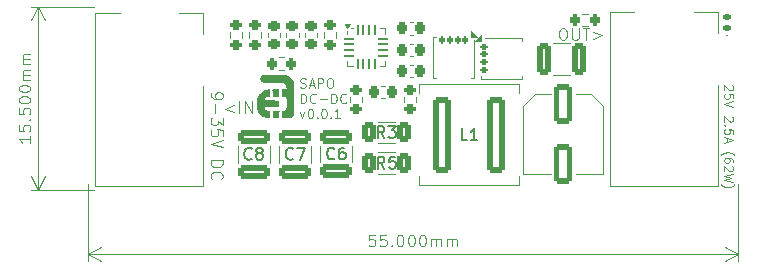
<source format=gbr>
%TF.GenerationSoftware,KiCad,Pcbnew,9.0.1*%
%TF.CreationDate,2025-07-19T16:42:16+10:00*%
%TF.ProjectId,starlink-apo-pcb,73746172-6c69-46e6-9b2d-61706f2d7063,rev?*%
%TF.SameCoordinates,Original*%
%TF.FileFunction,Legend,Top*%
%TF.FilePolarity,Positive*%
%FSLAX46Y46*%
G04 Gerber Fmt 4.6, Leading zero omitted, Abs format (unit mm)*
G04 Created by KiCad (PCBNEW 9.0.1) date 2025-07-19 16:42:16*
%MOMM*%
%LPD*%
G01*
G04 APERTURE LIST*
G04 Aperture macros list*
%AMRoundRect*
0 Rectangle with rounded corners*
0 $1 Rounding radius*
0 $2 $3 $4 $5 $6 $7 $8 $9 X,Y pos of 4 corners*
0 Add a 4 corners polygon primitive as box body*
4,1,4,$2,$3,$4,$5,$6,$7,$8,$9,$2,$3,0*
0 Add four circle primitives for the rounded corners*
1,1,$1+$1,$2,$3*
1,1,$1+$1,$4,$5*
1,1,$1+$1,$6,$7*
1,1,$1+$1,$8,$9*
0 Add four rect primitives between the rounded corners*
20,1,$1+$1,$2,$3,$4,$5,0*
20,1,$1+$1,$4,$5,$6,$7,0*
20,1,$1+$1,$6,$7,$8,$9,0*
20,1,$1+$1,$8,$9,$2,$3,0*%
%AMFreePoly0*
4,1,17,1.371000,0.720000,0.950000,0.720000,0.950000,0.580000,1.370000,0.580000,1.370000,0.080000,0.950000,0.080000,0.950000,-0.080000,1.370000,-0.080000,1.370000,-0.580000,0.950000,-0.580000,0.950000,-0.720000,1.370000,-0.720000,1.370000,-1.225000,-0.950000,-1.225000,-0.950000,1.225000,1.371000,1.225000,1.371000,0.720000,1.371000,0.720000,$1*%
G04 Aperture macros list end*
%ADD10C,0.100000*%
%ADD11C,0.150000*%
%ADD12C,0.120000*%
%ADD13C,0.000000*%
%ADD14RoundRect,0.250000X-0.325000X-1.100000X0.325000X-1.100000X0.325000X1.100000X-0.325000X1.100000X0*%
%ADD15RoundRect,0.250000X-0.550000X1.412500X-0.550000X-1.412500X0.550000X-1.412500X0.550000X1.412500X0*%
%ADD16RoundRect,0.200000X0.200000X0.275000X-0.200000X0.275000X-0.200000X-0.275000X0.200000X-0.275000X0*%
%ADD17RoundRect,0.147500X0.172500X-0.147500X0.172500X0.147500X-0.172500X0.147500X-0.172500X-0.147500X0*%
%ADD18R,4.400000X1.800000*%
%ADD19O,4.000000X1.800000*%
%ADD20O,1.800000X4.000000*%
%ADD21RoundRect,0.250000X0.312500X0.625000X-0.312500X0.625000X-0.312500X-0.625000X0.312500X-0.625000X0*%
%ADD22RoundRect,0.225000X-0.225000X-0.250000X0.225000X-0.250000X0.225000X0.250000X-0.225000X0.250000X0*%
%ADD23RoundRect,0.125000X-0.190000X-0.125000X0.190000X-0.125000X0.190000X0.125000X-0.190000X0.125000X0*%
%ADD24FreePoly0,0.000000*%
%ADD25RoundRect,0.225000X0.225000X0.250000X-0.225000X0.250000X-0.225000X-0.250000X0.225000X-0.250000X0*%
%ADD26RoundRect,0.125000X-0.125000X0.190000X-0.125000X-0.190000X0.125000X-0.190000X0.125000X0.190000X0*%
%ADD27FreePoly0,270.000000*%
%ADD28RoundRect,0.225000X0.250000X-0.225000X0.250000X0.225000X-0.250000X0.225000X-0.250000X-0.225000X0*%
%ADD29RoundRect,0.250000X-0.540000X-3.000000X0.540000X-3.000000X0.540000X3.000000X-0.540000X3.000000X0*%
%ADD30RoundRect,0.062500X-0.375000X-0.062500X0.375000X-0.062500X0.375000X0.062500X-0.375000X0.062500X0*%
%ADD31RoundRect,0.062500X-0.062500X-0.375000X0.062500X-0.375000X0.062500X0.375000X-0.062500X0.375000X0*%
%ADD32R,1.600000X1.600000*%
%ADD33RoundRect,0.200000X0.275000X-0.200000X0.275000X0.200000X-0.275000X0.200000X-0.275000X-0.200000X0*%
%ADD34RoundRect,0.200000X-0.275000X0.200000X-0.275000X-0.200000X0.275000X-0.200000X0.275000X0.200000X0*%
%ADD35RoundRect,0.200000X-0.200000X-0.275000X0.200000X-0.275000X0.200000X0.275000X-0.200000X0.275000X0*%
%ADD36RoundRect,0.250000X-1.100000X0.325000X-1.100000X-0.325000X1.100000X-0.325000X1.100000X0.325000X0*%
G04 APERTURE END LIST*
D10*
X119218169Y-73582890D02*
X119332455Y-73620985D01*
X119332455Y-73620985D02*
X119522931Y-73620985D01*
X119522931Y-73620985D02*
X119599122Y-73582890D01*
X119599122Y-73582890D02*
X119637217Y-73544794D01*
X119637217Y-73544794D02*
X119675312Y-73468604D01*
X119675312Y-73468604D02*
X119675312Y-73392413D01*
X119675312Y-73392413D02*
X119637217Y-73316223D01*
X119637217Y-73316223D02*
X119599122Y-73278128D01*
X119599122Y-73278128D02*
X119522931Y-73240032D01*
X119522931Y-73240032D02*
X119370550Y-73201937D01*
X119370550Y-73201937D02*
X119294360Y-73163842D01*
X119294360Y-73163842D02*
X119256265Y-73125747D01*
X119256265Y-73125747D02*
X119218169Y-73049556D01*
X119218169Y-73049556D02*
X119218169Y-72973366D01*
X119218169Y-72973366D02*
X119256265Y-72897175D01*
X119256265Y-72897175D02*
X119294360Y-72859080D01*
X119294360Y-72859080D02*
X119370550Y-72820985D01*
X119370550Y-72820985D02*
X119561027Y-72820985D01*
X119561027Y-72820985D02*
X119675312Y-72859080D01*
X119980074Y-73392413D02*
X120361027Y-73392413D01*
X119903884Y-73620985D02*
X120170551Y-72820985D01*
X120170551Y-72820985D02*
X120437217Y-73620985D01*
X120703884Y-73620985D02*
X120703884Y-72820985D01*
X120703884Y-72820985D02*
X121008646Y-72820985D01*
X121008646Y-72820985D02*
X121084836Y-72859080D01*
X121084836Y-72859080D02*
X121122931Y-72897175D01*
X121122931Y-72897175D02*
X121161027Y-72973366D01*
X121161027Y-72973366D02*
X121161027Y-73087651D01*
X121161027Y-73087651D02*
X121122931Y-73163842D01*
X121122931Y-73163842D02*
X121084836Y-73201937D01*
X121084836Y-73201937D02*
X121008646Y-73240032D01*
X121008646Y-73240032D02*
X120703884Y-73240032D01*
X121656265Y-72820985D02*
X121808646Y-72820985D01*
X121808646Y-72820985D02*
X121884836Y-72859080D01*
X121884836Y-72859080D02*
X121961027Y-72935270D01*
X121961027Y-72935270D02*
X121999122Y-73087651D01*
X121999122Y-73087651D02*
X121999122Y-73354318D01*
X121999122Y-73354318D02*
X121961027Y-73506699D01*
X121961027Y-73506699D02*
X121884836Y-73582890D01*
X121884836Y-73582890D02*
X121808646Y-73620985D01*
X121808646Y-73620985D02*
X121656265Y-73620985D01*
X121656265Y-73620985D02*
X121580074Y-73582890D01*
X121580074Y-73582890D02*
X121503884Y-73506699D01*
X121503884Y-73506699D02*
X121465788Y-73354318D01*
X121465788Y-73354318D02*
X121465788Y-73087651D01*
X121465788Y-73087651D02*
X121503884Y-72935270D01*
X121503884Y-72935270D02*
X121580074Y-72859080D01*
X121580074Y-72859080D02*
X121656265Y-72820985D01*
X119256265Y-74908940D02*
X119256265Y-74108940D01*
X119256265Y-74108940D02*
X119446741Y-74108940D01*
X119446741Y-74108940D02*
X119561027Y-74147035D01*
X119561027Y-74147035D02*
X119637217Y-74223225D01*
X119637217Y-74223225D02*
X119675312Y-74299416D01*
X119675312Y-74299416D02*
X119713408Y-74451797D01*
X119713408Y-74451797D02*
X119713408Y-74566083D01*
X119713408Y-74566083D02*
X119675312Y-74718464D01*
X119675312Y-74718464D02*
X119637217Y-74794654D01*
X119637217Y-74794654D02*
X119561027Y-74870845D01*
X119561027Y-74870845D02*
X119446741Y-74908940D01*
X119446741Y-74908940D02*
X119256265Y-74908940D01*
X120513408Y-74832749D02*
X120475312Y-74870845D01*
X120475312Y-74870845D02*
X120361027Y-74908940D01*
X120361027Y-74908940D02*
X120284836Y-74908940D01*
X120284836Y-74908940D02*
X120170550Y-74870845D01*
X120170550Y-74870845D02*
X120094360Y-74794654D01*
X120094360Y-74794654D02*
X120056265Y-74718464D01*
X120056265Y-74718464D02*
X120018169Y-74566083D01*
X120018169Y-74566083D02*
X120018169Y-74451797D01*
X120018169Y-74451797D02*
X120056265Y-74299416D01*
X120056265Y-74299416D02*
X120094360Y-74223225D01*
X120094360Y-74223225D02*
X120170550Y-74147035D01*
X120170550Y-74147035D02*
X120284836Y-74108940D01*
X120284836Y-74108940D02*
X120361027Y-74108940D01*
X120361027Y-74108940D02*
X120475312Y-74147035D01*
X120475312Y-74147035D02*
X120513408Y-74185130D01*
X120856265Y-74604178D02*
X121465789Y-74604178D01*
X121846741Y-74908940D02*
X121846741Y-74108940D01*
X121846741Y-74108940D02*
X122037217Y-74108940D01*
X122037217Y-74108940D02*
X122151503Y-74147035D01*
X122151503Y-74147035D02*
X122227693Y-74223225D01*
X122227693Y-74223225D02*
X122265788Y-74299416D01*
X122265788Y-74299416D02*
X122303884Y-74451797D01*
X122303884Y-74451797D02*
X122303884Y-74566083D01*
X122303884Y-74566083D02*
X122265788Y-74718464D01*
X122265788Y-74718464D02*
X122227693Y-74794654D01*
X122227693Y-74794654D02*
X122151503Y-74870845D01*
X122151503Y-74870845D02*
X122037217Y-74908940D01*
X122037217Y-74908940D02*
X121846741Y-74908940D01*
X123103884Y-74832749D02*
X123065788Y-74870845D01*
X123065788Y-74870845D02*
X122951503Y-74908940D01*
X122951503Y-74908940D02*
X122875312Y-74908940D01*
X122875312Y-74908940D02*
X122761026Y-74870845D01*
X122761026Y-74870845D02*
X122684836Y-74794654D01*
X122684836Y-74794654D02*
X122646741Y-74718464D01*
X122646741Y-74718464D02*
X122608645Y-74566083D01*
X122608645Y-74566083D02*
X122608645Y-74451797D01*
X122608645Y-74451797D02*
X122646741Y-74299416D01*
X122646741Y-74299416D02*
X122684836Y-74223225D01*
X122684836Y-74223225D02*
X122761026Y-74147035D01*
X122761026Y-74147035D02*
X122875312Y-74108940D01*
X122875312Y-74108940D02*
X122951503Y-74108940D01*
X122951503Y-74108940D02*
X123065788Y-74147035D01*
X123065788Y-74147035D02*
X123103884Y-74185130D01*
X119180074Y-75663561D02*
X119370550Y-76196895D01*
X119370550Y-76196895D02*
X119561027Y-75663561D01*
X120018170Y-75396895D02*
X120094360Y-75396895D01*
X120094360Y-75396895D02*
X120170551Y-75434990D01*
X120170551Y-75434990D02*
X120208646Y-75473085D01*
X120208646Y-75473085D02*
X120246741Y-75549276D01*
X120246741Y-75549276D02*
X120284836Y-75701657D01*
X120284836Y-75701657D02*
X120284836Y-75892133D01*
X120284836Y-75892133D02*
X120246741Y-76044514D01*
X120246741Y-76044514D02*
X120208646Y-76120704D01*
X120208646Y-76120704D02*
X120170551Y-76158800D01*
X120170551Y-76158800D02*
X120094360Y-76196895D01*
X120094360Y-76196895D02*
X120018170Y-76196895D01*
X120018170Y-76196895D02*
X119941979Y-76158800D01*
X119941979Y-76158800D02*
X119903884Y-76120704D01*
X119903884Y-76120704D02*
X119865789Y-76044514D01*
X119865789Y-76044514D02*
X119827693Y-75892133D01*
X119827693Y-75892133D02*
X119827693Y-75701657D01*
X119827693Y-75701657D02*
X119865789Y-75549276D01*
X119865789Y-75549276D02*
X119903884Y-75473085D01*
X119903884Y-75473085D02*
X119941979Y-75434990D01*
X119941979Y-75434990D02*
X120018170Y-75396895D01*
X120627694Y-76120704D02*
X120665789Y-76158800D01*
X120665789Y-76158800D02*
X120627694Y-76196895D01*
X120627694Y-76196895D02*
X120589598Y-76158800D01*
X120589598Y-76158800D02*
X120627694Y-76120704D01*
X120627694Y-76120704D02*
X120627694Y-76196895D01*
X121161027Y-75396895D02*
X121237217Y-75396895D01*
X121237217Y-75396895D02*
X121313408Y-75434990D01*
X121313408Y-75434990D02*
X121351503Y-75473085D01*
X121351503Y-75473085D02*
X121389598Y-75549276D01*
X121389598Y-75549276D02*
X121427693Y-75701657D01*
X121427693Y-75701657D02*
X121427693Y-75892133D01*
X121427693Y-75892133D02*
X121389598Y-76044514D01*
X121389598Y-76044514D02*
X121351503Y-76120704D01*
X121351503Y-76120704D02*
X121313408Y-76158800D01*
X121313408Y-76158800D02*
X121237217Y-76196895D01*
X121237217Y-76196895D02*
X121161027Y-76196895D01*
X121161027Y-76196895D02*
X121084836Y-76158800D01*
X121084836Y-76158800D02*
X121046741Y-76120704D01*
X121046741Y-76120704D02*
X121008646Y-76044514D01*
X121008646Y-76044514D02*
X120970550Y-75892133D01*
X120970550Y-75892133D02*
X120970550Y-75701657D01*
X120970550Y-75701657D02*
X121008646Y-75549276D01*
X121008646Y-75549276D02*
X121046741Y-75473085D01*
X121046741Y-75473085D02*
X121084836Y-75434990D01*
X121084836Y-75434990D02*
X121161027Y-75396895D01*
X121770551Y-76120704D02*
X121808646Y-76158800D01*
X121808646Y-76158800D02*
X121770551Y-76196895D01*
X121770551Y-76196895D02*
X121732455Y-76158800D01*
X121732455Y-76158800D02*
X121770551Y-76120704D01*
X121770551Y-76120704D02*
X121770551Y-76196895D01*
X122570550Y-76196895D02*
X122113407Y-76196895D01*
X122341979Y-76196895D02*
X122341979Y-75396895D01*
X122341979Y-75396895D02*
X122265788Y-75511180D01*
X122265788Y-75511180D02*
X122189598Y-75587371D01*
X122189598Y-75587371D02*
X122113407Y-75625466D01*
X141344360Y-68572419D02*
X141534836Y-68572419D01*
X141534836Y-68572419D02*
X141630074Y-68620038D01*
X141630074Y-68620038D02*
X141725312Y-68715276D01*
X141725312Y-68715276D02*
X141772931Y-68905752D01*
X141772931Y-68905752D02*
X141772931Y-69239085D01*
X141772931Y-69239085D02*
X141725312Y-69429561D01*
X141725312Y-69429561D02*
X141630074Y-69524800D01*
X141630074Y-69524800D02*
X141534836Y-69572419D01*
X141534836Y-69572419D02*
X141344360Y-69572419D01*
X141344360Y-69572419D02*
X141249122Y-69524800D01*
X141249122Y-69524800D02*
X141153884Y-69429561D01*
X141153884Y-69429561D02*
X141106265Y-69239085D01*
X141106265Y-69239085D02*
X141106265Y-68905752D01*
X141106265Y-68905752D02*
X141153884Y-68715276D01*
X141153884Y-68715276D02*
X141249122Y-68620038D01*
X141249122Y-68620038D02*
X141344360Y-68572419D01*
X142201503Y-68572419D02*
X142201503Y-69381942D01*
X142201503Y-69381942D02*
X142249122Y-69477180D01*
X142249122Y-69477180D02*
X142296741Y-69524800D01*
X142296741Y-69524800D02*
X142391979Y-69572419D01*
X142391979Y-69572419D02*
X142582455Y-69572419D01*
X142582455Y-69572419D02*
X142677693Y-69524800D01*
X142677693Y-69524800D02*
X142725312Y-69477180D01*
X142725312Y-69477180D02*
X142772931Y-69381942D01*
X142772931Y-69381942D02*
X142772931Y-68572419D01*
X143106265Y-68572419D02*
X143677693Y-68572419D01*
X143391979Y-69572419D02*
X143391979Y-68572419D01*
X144011027Y-68905752D02*
X144772932Y-69191466D01*
X144772932Y-69191466D02*
X144011027Y-69477180D01*
X111627580Y-74101503D02*
X111627580Y-74291979D01*
X111627580Y-74291979D02*
X111675200Y-74387217D01*
X111675200Y-74387217D02*
X111722819Y-74434836D01*
X111722819Y-74434836D02*
X111865676Y-74530074D01*
X111865676Y-74530074D02*
X112056152Y-74577693D01*
X112056152Y-74577693D02*
X112437104Y-74577693D01*
X112437104Y-74577693D02*
X112532342Y-74530074D01*
X112532342Y-74530074D02*
X112579961Y-74482455D01*
X112579961Y-74482455D02*
X112627580Y-74387217D01*
X112627580Y-74387217D02*
X112627580Y-74196741D01*
X112627580Y-74196741D02*
X112579961Y-74101503D01*
X112579961Y-74101503D02*
X112532342Y-74053884D01*
X112532342Y-74053884D02*
X112437104Y-74006265D01*
X112437104Y-74006265D02*
X112199009Y-74006265D01*
X112199009Y-74006265D02*
X112103771Y-74053884D01*
X112103771Y-74053884D02*
X112056152Y-74101503D01*
X112056152Y-74101503D02*
X112008533Y-74196741D01*
X112008533Y-74196741D02*
X112008533Y-74387217D01*
X112008533Y-74387217D02*
X112056152Y-74482455D01*
X112056152Y-74482455D02*
X112103771Y-74530074D01*
X112103771Y-74530074D02*
X112199009Y-74577693D01*
X112008533Y-75006265D02*
X112008533Y-75768170D01*
X112627580Y-76149122D02*
X112627580Y-76768169D01*
X112627580Y-76768169D02*
X112246628Y-76434836D01*
X112246628Y-76434836D02*
X112246628Y-76577693D01*
X112246628Y-76577693D02*
X112199009Y-76672931D01*
X112199009Y-76672931D02*
X112151390Y-76720550D01*
X112151390Y-76720550D02*
X112056152Y-76768169D01*
X112056152Y-76768169D02*
X111818057Y-76768169D01*
X111818057Y-76768169D02*
X111722819Y-76720550D01*
X111722819Y-76720550D02*
X111675200Y-76672931D01*
X111675200Y-76672931D02*
X111627580Y-76577693D01*
X111627580Y-76577693D02*
X111627580Y-76291979D01*
X111627580Y-76291979D02*
X111675200Y-76196741D01*
X111675200Y-76196741D02*
X111722819Y-76149122D01*
X112627580Y-77672931D02*
X112627580Y-77196741D01*
X112627580Y-77196741D02*
X112151390Y-77149122D01*
X112151390Y-77149122D02*
X112199009Y-77196741D01*
X112199009Y-77196741D02*
X112246628Y-77291979D01*
X112246628Y-77291979D02*
X112246628Y-77530074D01*
X112246628Y-77530074D02*
X112199009Y-77625312D01*
X112199009Y-77625312D02*
X112151390Y-77672931D01*
X112151390Y-77672931D02*
X112056152Y-77720550D01*
X112056152Y-77720550D02*
X111818057Y-77720550D01*
X111818057Y-77720550D02*
X111722819Y-77672931D01*
X111722819Y-77672931D02*
X111675200Y-77625312D01*
X111675200Y-77625312D02*
X111627580Y-77530074D01*
X111627580Y-77530074D02*
X111627580Y-77291979D01*
X111627580Y-77291979D02*
X111675200Y-77196741D01*
X111675200Y-77196741D02*
X111722819Y-77149122D01*
X112627580Y-78006265D02*
X111627580Y-78339598D01*
X111627580Y-78339598D02*
X112627580Y-78672931D01*
X111627580Y-79768170D02*
X112627580Y-79768170D01*
X112627580Y-79768170D02*
X112627580Y-80006265D01*
X112627580Y-80006265D02*
X112579961Y-80149122D01*
X112579961Y-80149122D02*
X112484723Y-80244360D01*
X112484723Y-80244360D02*
X112389485Y-80291979D01*
X112389485Y-80291979D02*
X112199009Y-80339598D01*
X112199009Y-80339598D02*
X112056152Y-80339598D01*
X112056152Y-80339598D02*
X111865676Y-80291979D01*
X111865676Y-80291979D02*
X111770438Y-80244360D01*
X111770438Y-80244360D02*
X111675200Y-80149122D01*
X111675200Y-80149122D02*
X111627580Y-80006265D01*
X111627580Y-80006265D02*
X111627580Y-79768170D01*
X111722819Y-81339598D02*
X111675200Y-81291979D01*
X111675200Y-81291979D02*
X111627580Y-81149122D01*
X111627580Y-81149122D02*
X111627580Y-81053884D01*
X111627580Y-81053884D02*
X111675200Y-80911027D01*
X111675200Y-80911027D02*
X111770438Y-80815789D01*
X111770438Y-80815789D02*
X111865676Y-80768170D01*
X111865676Y-80768170D02*
X112056152Y-80720551D01*
X112056152Y-80720551D02*
X112199009Y-80720551D01*
X112199009Y-80720551D02*
X112389485Y-80768170D01*
X112389485Y-80768170D02*
X112484723Y-80815789D01*
X112484723Y-80815789D02*
X112579961Y-80911027D01*
X112579961Y-80911027D02*
X112627580Y-81053884D01*
X112627580Y-81053884D02*
X112627580Y-81149122D01*
X112627580Y-81149122D02*
X112579961Y-81291979D01*
X112579961Y-81291979D02*
X112532342Y-81339598D01*
X155775557Y-73408646D02*
X155811271Y-73444360D01*
X155811271Y-73444360D02*
X155846985Y-73515789D01*
X155846985Y-73515789D02*
X155846985Y-73694360D01*
X155846985Y-73694360D02*
X155811271Y-73765789D01*
X155811271Y-73765789D02*
X155775557Y-73801503D01*
X155775557Y-73801503D02*
X155704128Y-73837217D01*
X155704128Y-73837217D02*
X155632700Y-73837217D01*
X155632700Y-73837217D02*
X155525557Y-73801503D01*
X155525557Y-73801503D02*
X155096985Y-73372931D01*
X155096985Y-73372931D02*
X155096985Y-73837217D01*
X155846985Y-74515789D02*
X155846985Y-74158646D01*
X155846985Y-74158646D02*
X155489842Y-74122932D01*
X155489842Y-74122932D02*
X155525557Y-74158646D01*
X155525557Y-74158646D02*
X155561271Y-74230075D01*
X155561271Y-74230075D02*
X155561271Y-74408646D01*
X155561271Y-74408646D02*
X155525557Y-74480075D01*
X155525557Y-74480075D02*
X155489842Y-74515789D01*
X155489842Y-74515789D02*
X155418414Y-74551503D01*
X155418414Y-74551503D02*
X155239842Y-74551503D01*
X155239842Y-74551503D02*
X155168414Y-74515789D01*
X155168414Y-74515789D02*
X155132700Y-74480075D01*
X155132700Y-74480075D02*
X155096985Y-74408646D01*
X155096985Y-74408646D02*
X155096985Y-74230075D01*
X155096985Y-74230075D02*
X155132700Y-74158646D01*
X155132700Y-74158646D02*
X155168414Y-74122932D01*
X155846985Y-74765789D02*
X155096985Y-75015789D01*
X155096985Y-75015789D02*
X155846985Y-75265789D01*
X155775557Y-76051504D02*
X155811271Y-76087218D01*
X155811271Y-76087218D02*
X155846985Y-76158647D01*
X155846985Y-76158647D02*
X155846985Y-76337218D01*
X155846985Y-76337218D02*
X155811271Y-76408647D01*
X155811271Y-76408647D02*
X155775557Y-76444361D01*
X155775557Y-76444361D02*
X155704128Y-76480075D01*
X155704128Y-76480075D02*
X155632700Y-76480075D01*
X155632700Y-76480075D02*
X155525557Y-76444361D01*
X155525557Y-76444361D02*
X155096985Y-76015789D01*
X155096985Y-76015789D02*
X155096985Y-76480075D01*
X155168414Y-76801504D02*
X155132700Y-76837218D01*
X155132700Y-76837218D02*
X155096985Y-76801504D01*
X155096985Y-76801504D02*
X155132700Y-76765790D01*
X155132700Y-76765790D02*
X155168414Y-76801504D01*
X155168414Y-76801504D02*
X155096985Y-76801504D01*
X155846985Y-77515790D02*
X155846985Y-77158647D01*
X155846985Y-77158647D02*
X155489842Y-77122933D01*
X155489842Y-77122933D02*
X155525557Y-77158647D01*
X155525557Y-77158647D02*
X155561271Y-77230076D01*
X155561271Y-77230076D02*
X155561271Y-77408647D01*
X155561271Y-77408647D02*
X155525557Y-77480076D01*
X155525557Y-77480076D02*
X155489842Y-77515790D01*
X155489842Y-77515790D02*
X155418414Y-77551504D01*
X155418414Y-77551504D02*
X155239842Y-77551504D01*
X155239842Y-77551504D02*
X155168414Y-77515790D01*
X155168414Y-77515790D02*
X155132700Y-77480076D01*
X155132700Y-77480076D02*
X155096985Y-77408647D01*
X155096985Y-77408647D02*
X155096985Y-77230076D01*
X155096985Y-77230076D02*
X155132700Y-77158647D01*
X155132700Y-77158647D02*
X155168414Y-77122933D01*
X155311271Y-77837219D02*
X155311271Y-78194362D01*
X155096985Y-77765790D02*
X155846985Y-78015790D01*
X155846985Y-78015790D02*
X155096985Y-78265790D01*
X154811271Y-79301505D02*
X154846985Y-79265790D01*
X154846985Y-79265790D02*
X154954128Y-79194362D01*
X154954128Y-79194362D02*
X155025557Y-79158648D01*
X155025557Y-79158648D02*
X155132700Y-79122933D01*
X155132700Y-79122933D02*
X155311271Y-79087219D01*
X155311271Y-79087219D02*
X155454128Y-79087219D01*
X155454128Y-79087219D02*
X155632700Y-79122933D01*
X155632700Y-79122933D02*
X155739842Y-79158648D01*
X155739842Y-79158648D02*
X155811271Y-79194362D01*
X155811271Y-79194362D02*
X155918414Y-79265790D01*
X155918414Y-79265790D02*
X155954128Y-79301505D01*
X155846985Y-79908648D02*
X155846985Y-79765790D01*
X155846985Y-79765790D02*
X155811271Y-79694362D01*
X155811271Y-79694362D02*
X155775557Y-79658648D01*
X155775557Y-79658648D02*
X155668414Y-79587219D01*
X155668414Y-79587219D02*
X155525557Y-79551505D01*
X155525557Y-79551505D02*
X155239842Y-79551505D01*
X155239842Y-79551505D02*
X155168414Y-79587219D01*
X155168414Y-79587219D02*
X155132700Y-79622933D01*
X155132700Y-79622933D02*
X155096985Y-79694362D01*
X155096985Y-79694362D02*
X155096985Y-79837219D01*
X155096985Y-79837219D02*
X155132700Y-79908648D01*
X155132700Y-79908648D02*
X155168414Y-79944362D01*
X155168414Y-79944362D02*
X155239842Y-79980076D01*
X155239842Y-79980076D02*
X155418414Y-79980076D01*
X155418414Y-79980076D02*
X155489842Y-79944362D01*
X155489842Y-79944362D02*
X155525557Y-79908648D01*
X155525557Y-79908648D02*
X155561271Y-79837219D01*
X155561271Y-79837219D02*
X155561271Y-79694362D01*
X155561271Y-79694362D02*
X155525557Y-79622933D01*
X155525557Y-79622933D02*
X155489842Y-79587219D01*
X155489842Y-79587219D02*
X155418414Y-79551505D01*
X155775557Y-80265791D02*
X155811271Y-80301505D01*
X155811271Y-80301505D02*
X155846985Y-80372934D01*
X155846985Y-80372934D02*
X155846985Y-80551505D01*
X155846985Y-80551505D02*
X155811271Y-80622934D01*
X155811271Y-80622934D02*
X155775557Y-80658648D01*
X155775557Y-80658648D02*
X155704128Y-80694362D01*
X155704128Y-80694362D02*
X155632700Y-80694362D01*
X155632700Y-80694362D02*
X155525557Y-80658648D01*
X155525557Y-80658648D02*
X155096985Y-80230076D01*
X155096985Y-80230076D02*
X155096985Y-80694362D01*
X155846985Y-80944362D02*
X155096985Y-81122934D01*
X155096985Y-81122934D02*
X155632700Y-81265791D01*
X155632700Y-81265791D02*
X155096985Y-81408648D01*
X155096985Y-81408648D02*
X155846985Y-81587220D01*
X154811271Y-81801505D02*
X154846985Y-81837220D01*
X154846985Y-81837220D02*
X154954128Y-81908648D01*
X154954128Y-81908648D02*
X155025557Y-81944363D01*
X155025557Y-81944363D02*
X155132700Y-81980077D01*
X155132700Y-81980077D02*
X155311271Y-82015791D01*
X155311271Y-82015791D02*
X155454128Y-82015791D01*
X155454128Y-82015791D02*
X155632700Y-81980077D01*
X155632700Y-81980077D02*
X155739842Y-81944363D01*
X155739842Y-81944363D02*
X155811271Y-81908648D01*
X155811271Y-81908648D02*
X155918414Y-81837220D01*
X155918414Y-81837220D02*
X155954128Y-81801505D01*
X113565789Y-75105752D02*
X112803884Y-75391466D01*
X112803884Y-75391466D02*
X113565789Y-75677180D01*
X114041979Y-75772419D02*
X114041979Y-74772419D01*
X114518169Y-75772419D02*
X114518169Y-74772419D01*
X114518169Y-74772419D02*
X115089597Y-75772419D01*
X115089597Y-75772419D02*
X115089597Y-74772419D01*
X96357419Y-77690577D02*
X96357419Y-78262005D01*
X96357419Y-77976291D02*
X95357419Y-77976291D01*
X95357419Y-77976291D02*
X95500276Y-78071529D01*
X95500276Y-78071529D02*
X95595514Y-78166767D01*
X95595514Y-78166767D02*
X95643133Y-78262005D01*
X95357419Y-76785815D02*
X95357419Y-77262005D01*
X95357419Y-77262005D02*
X95833609Y-77309624D01*
X95833609Y-77309624D02*
X95785990Y-77262005D01*
X95785990Y-77262005D02*
X95738371Y-77166767D01*
X95738371Y-77166767D02*
X95738371Y-76928672D01*
X95738371Y-76928672D02*
X95785990Y-76833434D01*
X95785990Y-76833434D02*
X95833609Y-76785815D01*
X95833609Y-76785815D02*
X95928847Y-76738196D01*
X95928847Y-76738196D02*
X96166942Y-76738196D01*
X96166942Y-76738196D02*
X96262180Y-76785815D01*
X96262180Y-76785815D02*
X96309800Y-76833434D01*
X96309800Y-76833434D02*
X96357419Y-76928672D01*
X96357419Y-76928672D02*
X96357419Y-77166767D01*
X96357419Y-77166767D02*
X96309800Y-77262005D01*
X96309800Y-77262005D02*
X96262180Y-77309624D01*
X96262180Y-76309624D02*
X96309800Y-76262005D01*
X96309800Y-76262005D02*
X96357419Y-76309624D01*
X96357419Y-76309624D02*
X96309800Y-76357243D01*
X96309800Y-76357243D02*
X96262180Y-76309624D01*
X96262180Y-76309624D02*
X96357419Y-76309624D01*
X95357419Y-75357244D02*
X95357419Y-75833434D01*
X95357419Y-75833434D02*
X95833609Y-75881053D01*
X95833609Y-75881053D02*
X95785990Y-75833434D01*
X95785990Y-75833434D02*
X95738371Y-75738196D01*
X95738371Y-75738196D02*
X95738371Y-75500101D01*
X95738371Y-75500101D02*
X95785990Y-75404863D01*
X95785990Y-75404863D02*
X95833609Y-75357244D01*
X95833609Y-75357244D02*
X95928847Y-75309625D01*
X95928847Y-75309625D02*
X96166942Y-75309625D01*
X96166942Y-75309625D02*
X96262180Y-75357244D01*
X96262180Y-75357244D02*
X96309800Y-75404863D01*
X96309800Y-75404863D02*
X96357419Y-75500101D01*
X96357419Y-75500101D02*
X96357419Y-75738196D01*
X96357419Y-75738196D02*
X96309800Y-75833434D01*
X96309800Y-75833434D02*
X96262180Y-75881053D01*
X95357419Y-74690577D02*
X95357419Y-74595339D01*
X95357419Y-74595339D02*
X95405038Y-74500101D01*
X95405038Y-74500101D02*
X95452657Y-74452482D01*
X95452657Y-74452482D02*
X95547895Y-74404863D01*
X95547895Y-74404863D02*
X95738371Y-74357244D01*
X95738371Y-74357244D02*
X95976466Y-74357244D01*
X95976466Y-74357244D02*
X96166942Y-74404863D01*
X96166942Y-74404863D02*
X96262180Y-74452482D01*
X96262180Y-74452482D02*
X96309800Y-74500101D01*
X96309800Y-74500101D02*
X96357419Y-74595339D01*
X96357419Y-74595339D02*
X96357419Y-74690577D01*
X96357419Y-74690577D02*
X96309800Y-74785815D01*
X96309800Y-74785815D02*
X96262180Y-74833434D01*
X96262180Y-74833434D02*
X96166942Y-74881053D01*
X96166942Y-74881053D02*
X95976466Y-74928672D01*
X95976466Y-74928672D02*
X95738371Y-74928672D01*
X95738371Y-74928672D02*
X95547895Y-74881053D01*
X95547895Y-74881053D02*
X95452657Y-74833434D01*
X95452657Y-74833434D02*
X95405038Y-74785815D01*
X95405038Y-74785815D02*
X95357419Y-74690577D01*
X95357419Y-73738196D02*
X95357419Y-73642958D01*
X95357419Y-73642958D02*
X95405038Y-73547720D01*
X95405038Y-73547720D02*
X95452657Y-73500101D01*
X95452657Y-73500101D02*
X95547895Y-73452482D01*
X95547895Y-73452482D02*
X95738371Y-73404863D01*
X95738371Y-73404863D02*
X95976466Y-73404863D01*
X95976466Y-73404863D02*
X96166942Y-73452482D01*
X96166942Y-73452482D02*
X96262180Y-73500101D01*
X96262180Y-73500101D02*
X96309800Y-73547720D01*
X96309800Y-73547720D02*
X96357419Y-73642958D01*
X96357419Y-73642958D02*
X96357419Y-73738196D01*
X96357419Y-73738196D02*
X96309800Y-73833434D01*
X96309800Y-73833434D02*
X96262180Y-73881053D01*
X96262180Y-73881053D02*
X96166942Y-73928672D01*
X96166942Y-73928672D02*
X95976466Y-73976291D01*
X95976466Y-73976291D02*
X95738371Y-73976291D01*
X95738371Y-73976291D02*
X95547895Y-73928672D01*
X95547895Y-73928672D02*
X95452657Y-73881053D01*
X95452657Y-73881053D02*
X95405038Y-73833434D01*
X95405038Y-73833434D02*
X95357419Y-73738196D01*
X96357419Y-72976291D02*
X95690752Y-72976291D01*
X95785990Y-72976291D02*
X95738371Y-72928672D01*
X95738371Y-72928672D02*
X95690752Y-72833434D01*
X95690752Y-72833434D02*
X95690752Y-72690577D01*
X95690752Y-72690577D02*
X95738371Y-72595339D01*
X95738371Y-72595339D02*
X95833609Y-72547720D01*
X95833609Y-72547720D02*
X96357419Y-72547720D01*
X95833609Y-72547720D02*
X95738371Y-72500101D01*
X95738371Y-72500101D02*
X95690752Y-72404863D01*
X95690752Y-72404863D02*
X95690752Y-72262006D01*
X95690752Y-72262006D02*
X95738371Y-72166767D01*
X95738371Y-72166767D02*
X95833609Y-72119148D01*
X95833609Y-72119148D02*
X96357419Y-72119148D01*
X96357419Y-71642958D02*
X95690752Y-71642958D01*
X95785990Y-71642958D02*
X95738371Y-71595339D01*
X95738371Y-71595339D02*
X95690752Y-71500101D01*
X95690752Y-71500101D02*
X95690752Y-71357244D01*
X95690752Y-71357244D02*
X95738371Y-71262006D01*
X95738371Y-71262006D02*
X95833609Y-71214387D01*
X95833609Y-71214387D02*
X96357419Y-71214387D01*
X95833609Y-71214387D02*
X95738371Y-71166768D01*
X95738371Y-71166768D02*
X95690752Y-71071530D01*
X95690752Y-71071530D02*
X95690752Y-70928673D01*
X95690752Y-70928673D02*
X95738371Y-70833434D01*
X95738371Y-70833434D02*
X95833609Y-70785815D01*
X95833609Y-70785815D02*
X96357419Y-70785815D01*
X101708846Y-66750047D02*
X96413580Y-66750047D01*
X96413580Y-82250156D02*
X101707107Y-82250156D01*
X97000000Y-66750047D02*
X97000000Y-82250156D01*
X97000000Y-66750047D02*
X97586421Y-67876551D01*
X97000000Y-66750047D02*
X96413579Y-67876551D01*
X97000000Y-82250156D02*
X96413579Y-81123652D01*
X97000000Y-82250156D02*
X97586421Y-81123652D01*
X125511677Y-86057419D02*
X125035487Y-86057419D01*
X125035487Y-86057419D02*
X124987868Y-86533609D01*
X124987868Y-86533609D02*
X125035487Y-86485990D01*
X125035487Y-86485990D02*
X125130725Y-86438371D01*
X125130725Y-86438371D02*
X125368820Y-86438371D01*
X125368820Y-86438371D02*
X125464058Y-86485990D01*
X125464058Y-86485990D02*
X125511677Y-86533609D01*
X125511677Y-86533609D02*
X125559296Y-86628847D01*
X125559296Y-86628847D02*
X125559296Y-86866942D01*
X125559296Y-86866942D02*
X125511677Y-86962180D01*
X125511677Y-86962180D02*
X125464058Y-87009800D01*
X125464058Y-87009800D02*
X125368820Y-87057419D01*
X125368820Y-87057419D02*
X125130725Y-87057419D01*
X125130725Y-87057419D02*
X125035487Y-87009800D01*
X125035487Y-87009800D02*
X124987868Y-86962180D01*
X126464058Y-86057419D02*
X125987868Y-86057419D01*
X125987868Y-86057419D02*
X125940249Y-86533609D01*
X125940249Y-86533609D02*
X125987868Y-86485990D01*
X125987868Y-86485990D02*
X126083106Y-86438371D01*
X126083106Y-86438371D02*
X126321201Y-86438371D01*
X126321201Y-86438371D02*
X126416439Y-86485990D01*
X126416439Y-86485990D02*
X126464058Y-86533609D01*
X126464058Y-86533609D02*
X126511677Y-86628847D01*
X126511677Y-86628847D02*
X126511677Y-86866942D01*
X126511677Y-86866942D02*
X126464058Y-86962180D01*
X126464058Y-86962180D02*
X126416439Y-87009800D01*
X126416439Y-87009800D02*
X126321201Y-87057419D01*
X126321201Y-87057419D02*
X126083106Y-87057419D01*
X126083106Y-87057419D02*
X125987868Y-87009800D01*
X125987868Y-87009800D02*
X125940249Y-86962180D01*
X126940249Y-86962180D02*
X126987868Y-87009800D01*
X126987868Y-87009800D02*
X126940249Y-87057419D01*
X126940249Y-87057419D02*
X126892630Y-87009800D01*
X126892630Y-87009800D02*
X126940249Y-86962180D01*
X126940249Y-86962180D02*
X126940249Y-87057419D01*
X127606915Y-86057419D02*
X127702153Y-86057419D01*
X127702153Y-86057419D02*
X127797391Y-86105038D01*
X127797391Y-86105038D02*
X127845010Y-86152657D01*
X127845010Y-86152657D02*
X127892629Y-86247895D01*
X127892629Y-86247895D02*
X127940248Y-86438371D01*
X127940248Y-86438371D02*
X127940248Y-86676466D01*
X127940248Y-86676466D02*
X127892629Y-86866942D01*
X127892629Y-86866942D02*
X127845010Y-86962180D01*
X127845010Y-86962180D02*
X127797391Y-87009800D01*
X127797391Y-87009800D02*
X127702153Y-87057419D01*
X127702153Y-87057419D02*
X127606915Y-87057419D01*
X127606915Y-87057419D02*
X127511677Y-87009800D01*
X127511677Y-87009800D02*
X127464058Y-86962180D01*
X127464058Y-86962180D02*
X127416439Y-86866942D01*
X127416439Y-86866942D02*
X127368820Y-86676466D01*
X127368820Y-86676466D02*
X127368820Y-86438371D01*
X127368820Y-86438371D02*
X127416439Y-86247895D01*
X127416439Y-86247895D02*
X127464058Y-86152657D01*
X127464058Y-86152657D02*
X127511677Y-86105038D01*
X127511677Y-86105038D02*
X127606915Y-86057419D01*
X128559296Y-86057419D02*
X128654534Y-86057419D01*
X128654534Y-86057419D02*
X128749772Y-86105038D01*
X128749772Y-86105038D02*
X128797391Y-86152657D01*
X128797391Y-86152657D02*
X128845010Y-86247895D01*
X128845010Y-86247895D02*
X128892629Y-86438371D01*
X128892629Y-86438371D02*
X128892629Y-86676466D01*
X128892629Y-86676466D02*
X128845010Y-86866942D01*
X128845010Y-86866942D02*
X128797391Y-86962180D01*
X128797391Y-86962180D02*
X128749772Y-87009800D01*
X128749772Y-87009800D02*
X128654534Y-87057419D01*
X128654534Y-87057419D02*
X128559296Y-87057419D01*
X128559296Y-87057419D02*
X128464058Y-87009800D01*
X128464058Y-87009800D02*
X128416439Y-86962180D01*
X128416439Y-86962180D02*
X128368820Y-86866942D01*
X128368820Y-86866942D02*
X128321201Y-86676466D01*
X128321201Y-86676466D02*
X128321201Y-86438371D01*
X128321201Y-86438371D02*
X128368820Y-86247895D01*
X128368820Y-86247895D02*
X128416439Y-86152657D01*
X128416439Y-86152657D02*
X128464058Y-86105038D01*
X128464058Y-86105038D02*
X128559296Y-86057419D01*
X129511677Y-86057419D02*
X129606915Y-86057419D01*
X129606915Y-86057419D02*
X129702153Y-86105038D01*
X129702153Y-86105038D02*
X129749772Y-86152657D01*
X129749772Y-86152657D02*
X129797391Y-86247895D01*
X129797391Y-86247895D02*
X129845010Y-86438371D01*
X129845010Y-86438371D02*
X129845010Y-86676466D01*
X129845010Y-86676466D02*
X129797391Y-86866942D01*
X129797391Y-86866942D02*
X129749772Y-86962180D01*
X129749772Y-86962180D02*
X129702153Y-87009800D01*
X129702153Y-87009800D02*
X129606915Y-87057419D01*
X129606915Y-87057419D02*
X129511677Y-87057419D01*
X129511677Y-87057419D02*
X129416439Y-87009800D01*
X129416439Y-87009800D02*
X129368820Y-86962180D01*
X129368820Y-86962180D02*
X129321201Y-86866942D01*
X129321201Y-86866942D02*
X129273582Y-86676466D01*
X129273582Y-86676466D02*
X129273582Y-86438371D01*
X129273582Y-86438371D02*
X129321201Y-86247895D01*
X129321201Y-86247895D02*
X129368820Y-86152657D01*
X129368820Y-86152657D02*
X129416439Y-86105038D01*
X129416439Y-86105038D02*
X129511677Y-86057419D01*
X130273582Y-87057419D02*
X130273582Y-86390752D01*
X130273582Y-86485990D02*
X130321201Y-86438371D01*
X130321201Y-86438371D02*
X130416439Y-86390752D01*
X130416439Y-86390752D02*
X130559296Y-86390752D01*
X130559296Y-86390752D02*
X130654534Y-86438371D01*
X130654534Y-86438371D02*
X130702153Y-86533609D01*
X130702153Y-86533609D02*
X130702153Y-87057419D01*
X130702153Y-86533609D02*
X130749772Y-86438371D01*
X130749772Y-86438371D02*
X130845010Y-86390752D01*
X130845010Y-86390752D02*
X130987867Y-86390752D01*
X130987867Y-86390752D02*
X131083106Y-86438371D01*
X131083106Y-86438371D02*
X131130725Y-86533609D01*
X131130725Y-86533609D02*
X131130725Y-87057419D01*
X131606915Y-87057419D02*
X131606915Y-86390752D01*
X131606915Y-86485990D02*
X131654534Y-86438371D01*
X131654534Y-86438371D02*
X131749772Y-86390752D01*
X131749772Y-86390752D02*
X131892629Y-86390752D01*
X131892629Y-86390752D02*
X131987867Y-86438371D01*
X131987867Y-86438371D02*
X132035486Y-86533609D01*
X132035486Y-86533609D02*
X132035486Y-87057419D01*
X132035486Y-86533609D02*
X132083105Y-86438371D01*
X132083105Y-86438371D02*
X132178343Y-86390752D01*
X132178343Y-86390752D02*
X132321200Y-86390752D01*
X132321200Y-86390752D02*
X132416439Y-86438371D01*
X132416439Y-86438371D02*
X132464058Y-86533609D01*
X132464058Y-86533609D02*
X132464058Y-87057419D01*
X101207107Y-81750156D02*
X101207107Y-88286420D01*
X156292437Y-88286420D02*
X156292437Y-81750054D01*
X101207107Y-87700000D02*
X156292437Y-87700000D01*
X101207107Y-87700000D02*
X102333611Y-87113579D01*
X101207107Y-87700000D02*
X102333611Y-88286421D01*
X156292437Y-87700000D02*
X155165933Y-88286421D01*
X156292437Y-87700000D02*
X155165933Y-87113579D01*
D11*
X126333333Y-77854819D02*
X126000000Y-77378628D01*
X125761905Y-77854819D02*
X125761905Y-76854819D01*
X125761905Y-76854819D02*
X126142857Y-76854819D01*
X126142857Y-76854819D02*
X126238095Y-76902438D01*
X126238095Y-76902438D02*
X126285714Y-76950057D01*
X126285714Y-76950057D02*
X126333333Y-77045295D01*
X126333333Y-77045295D02*
X126333333Y-77188152D01*
X126333333Y-77188152D02*
X126285714Y-77283390D01*
X126285714Y-77283390D02*
X126238095Y-77331009D01*
X126238095Y-77331009D02*
X126142857Y-77378628D01*
X126142857Y-77378628D02*
X125761905Y-77378628D01*
X126666667Y-76854819D02*
X127285714Y-76854819D01*
X127285714Y-76854819D02*
X126952381Y-77235771D01*
X126952381Y-77235771D02*
X127095238Y-77235771D01*
X127095238Y-77235771D02*
X127190476Y-77283390D01*
X127190476Y-77283390D02*
X127238095Y-77331009D01*
X127238095Y-77331009D02*
X127285714Y-77426247D01*
X127285714Y-77426247D02*
X127285714Y-77664342D01*
X127285714Y-77664342D02*
X127238095Y-77759580D01*
X127238095Y-77759580D02*
X127190476Y-77807200D01*
X127190476Y-77807200D02*
X127095238Y-77854819D01*
X127095238Y-77854819D02*
X126809524Y-77854819D01*
X126809524Y-77854819D02*
X126714286Y-77807200D01*
X126714286Y-77807200D02*
X126666667Y-77759580D01*
X133333333Y-78054819D02*
X132857143Y-78054819D01*
X132857143Y-78054819D02*
X132857143Y-77054819D01*
X134190476Y-78054819D02*
X133619048Y-78054819D01*
X133904762Y-78054819D02*
X133904762Y-77054819D01*
X133904762Y-77054819D02*
X133809524Y-77197676D01*
X133809524Y-77197676D02*
X133714286Y-77292914D01*
X133714286Y-77292914D02*
X133619048Y-77340533D01*
X115083333Y-79609580D02*
X115035714Y-79657200D01*
X115035714Y-79657200D02*
X114892857Y-79704819D01*
X114892857Y-79704819D02*
X114797619Y-79704819D01*
X114797619Y-79704819D02*
X114654762Y-79657200D01*
X114654762Y-79657200D02*
X114559524Y-79561961D01*
X114559524Y-79561961D02*
X114511905Y-79466723D01*
X114511905Y-79466723D02*
X114464286Y-79276247D01*
X114464286Y-79276247D02*
X114464286Y-79133390D01*
X114464286Y-79133390D02*
X114511905Y-78942914D01*
X114511905Y-78942914D02*
X114559524Y-78847676D01*
X114559524Y-78847676D02*
X114654762Y-78752438D01*
X114654762Y-78752438D02*
X114797619Y-78704819D01*
X114797619Y-78704819D02*
X114892857Y-78704819D01*
X114892857Y-78704819D02*
X115035714Y-78752438D01*
X115035714Y-78752438D02*
X115083333Y-78800057D01*
X115654762Y-79133390D02*
X115559524Y-79085771D01*
X115559524Y-79085771D02*
X115511905Y-79038152D01*
X115511905Y-79038152D02*
X115464286Y-78942914D01*
X115464286Y-78942914D02*
X115464286Y-78895295D01*
X115464286Y-78895295D02*
X115511905Y-78800057D01*
X115511905Y-78800057D02*
X115559524Y-78752438D01*
X115559524Y-78752438D02*
X115654762Y-78704819D01*
X115654762Y-78704819D02*
X115845238Y-78704819D01*
X115845238Y-78704819D02*
X115940476Y-78752438D01*
X115940476Y-78752438D02*
X115988095Y-78800057D01*
X115988095Y-78800057D02*
X116035714Y-78895295D01*
X116035714Y-78895295D02*
X116035714Y-78942914D01*
X116035714Y-78942914D02*
X115988095Y-79038152D01*
X115988095Y-79038152D02*
X115940476Y-79085771D01*
X115940476Y-79085771D02*
X115845238Y-79133390D01*
X115845238Y-79133390D02*
X115654762Y-79133390D01*
X115654762Y-79133390D02*
X115559524Y-79181009D01*
X115559524Y-79181009D02*
X115511905Y-79228628D01*
X115511905Y-79228628D02*
X115464286Y-79323866D01*
X115464286Y-79323866D02*
X115464286Y-79514342D01*
X115464286Y-79514342D02*
X115511905Y-79609580D01*
X115511905Y-79609580D02*
X115559524Y-79657200D01*
X115559524Y-79657200D02*
X115654762Y-79704819D01*
X115654762Y-79704819D02*
X115845238Y-79704819D01*
X115845238Y-79704819D02*
X115940476Y-79657200D01*
X115940476Y-79657200D02*
X115988095Y-79609580D01*
X115988095Y-79609580D02*
X116035714Y-79514342D01*
X116035714Y-79514342D02*
X116035714Y-79323866D01*
X116035714Y-79323866D02*
X115988095Y-79228628D01*
X115988095Y-79228628D02*
X115940476Y-79181009D01*
X115940476Y-79181009D02*
X115845238Y-79133390D01*
X122083333Y-79584581D02*
X122035714Y-79632201D01*
X122035714Y-79632201D02*
X121892857Y-79679820D01*
X121892857Y-79679820D02*
X121797619Y-79679820D01*
X121797619Y-79679820D02*
X121654762Y-79632201D01*
X121654762Y-79632201D02*
X121559524Y-79536962D01*
X121559524Y-79536962D02*
X121511905Y-79441724D01*
X121511905Y-79441724D02*
X121464286Y-79251248D01*
X121464286Y-79251248D02*
X121464286Y-79108391D01*
X121464286Y-79108391D02*
X121511905Y-78917915D01*
X121511905Y-78917915D02*
X121559524Y-78822677D01*
X121559524Y-78822677D02*
X121654762Y-78727439D01*
X121654762Y-78727439D02*
X121797619Y-78679820D01*
X121797619Y-78679820D02*
X121892857Y-78679820D01*
X121892857Y-78679820D02*
X122035714Y-78727439D01*
X122035714Y-78727439D02*
X122083333Y-78775058D01*
X122940476Y-78679820D02*
X122750000Y-78679820D01*
X122750000Y-78679820D02*
X122654762Y-78727439D01*
X122654762Y-78727439D02*
X122607143Y-78775058D01*
X122607143Y-78775058D02*
X122511905Y-78917915D01*
X122511905Y-78917915D02*
X122464286Y-79108391D01*
X122464286Y-79108391D02*
X122464286Y-79489343D01*
X122464286Y-79489343D02*
X122511905Y-79584581D01*
X122511905Y-79584581D02*
X122559524Y-79632201D01*
X122559524Y-79632201D02*
X122654762Y-79679820D01*
X122654762Y-79679820D02*
X122845238Y-79679820D01*
X122845238Y-79679820D02*
X122940476Y-79632201D01*
X122940476Y-79632201D02*
X122988095Y-79584581D01*
X122988095Y-79584581D02*
X123035714Y-79489343D01*
X123035714Y-79489343D02*
X123035714Y-79251248D01*
X123035714Y-79251248D02*
X122988095Y-79156010D01*
X122988095Y-79156010D02*
X122940476Y-79108391D01*
X122940476Y-79108391D02*
X122845238Y-79060772D01*
X122845238Y-79060772D02*
X122654762Y-79060772D01*
X122654762Y-79060772D02*
X122559524Y-79108391D01*
X122559524Y-79108391D02*
X122511905Y-79156010D01*
X122511905Y-79156010D02*
X122464286Y-79251248D01*
X126333333Y-80454819D02*
X126000000Y-79978628D01*
X125761905Y-80454819D02*
X125761905Y-79454819D01*
X125761905Y-79454819D02*
X126142857Y-79454819D01*
X126142857Y-79454819D02*
X126238095Y-79502438D01*
X126238095Y-79502438D02*
X126285714Y-79550057D01*
X126285714Y-79550057D02*
X126333333Y-79645295D01*
X126333333Y-79645295D02*
X126333333Y-79788152D01*
X126333333Y-79788152D02*
X126285714Y-79883390D01*
X126285714Y-79883390D02*
X126238095Y-79931009D01*
X126238095Y-79931009D02*
X126142857Y-79978628D01*
X126142857Y-79978628D02*
X125761905Y-79978628D01*
X127238095Y-79454819D02*
X126761905Y-79454819D01*
X126761905Y-79454819D02*
X126714286Y-79931009D01*
X126714286Y-79931009D02*
X126761905Y-79883390D01*
X126761905Y-79883390D02*
X126857143Y-79835771D01*
X126857143Y-79835771D02*
X127095238Y-79835771D01*
X127095238Y-79835771D02*
X127190476Y-79883390D01*
X127190476Y-79883390D02*
X127238095Y-79931009D01*
X127238095Y-79931009D02*
X127285714Y-80026247D01*
X127285714Y-80026247D02*
X127285714Y-80264342D01*
X127285714Y-80264342D02*
X127238095Y-80359580D01*
X127238095Y-80359580D02*
X127190476Y-80407200D01*
X127190476Y-80407200D02*
X127095238Y-80454819D01*
X127095238Y-80454819D02*
X126857143Y-80454819D01*
X126857143Y-80454819D02*
X126761905Y-80407200D01*
X126761905Y-80407200D02*
X126714286Y-80359580D01*
X118583333Y-79609580D02*
X118535714Y-79657200D01*
X118535714Y-79657200D02*
X118392857Y-79704819D01*
X118392857Y-79704819D02*
X118297619Y-79704819D01*
X118297619Y-79704819D02*
X118154762Y-79657200D01*
X118154762Y-79657200D02*
X118059524Y-79561961D01*
X118059524Y-79561961D02*
X118011905Y-79466723D01*
X118011905Y-79466723D02*
X117964286Y-79276247D01*
X117964286Y-79276247D02*
X117964286Y-79133390D01*
X117964286Y-79133390D02*
X118011905Y-78942914D01*
X118011905Y-78942914D02*
X118059524Y-78847676D01*
X118059524Y-78847676D02*
X118154762Y-78752438D01*
X118154762Y-78752438D02*
X118297619Y-78704819D01*
X118297619Y-78704819D02*
X118392857Y-78704819D01*
X118392857Y-78704819D02*
X118535714Y-78752438D01*
X118535714Y-78752438D02*
X118583333Y-78800057D01*
X118916667Y-78704819D02*
X119583333Y-78704819D01*
X119583333Y-78704819D02*
X119154762Y-79704819D01*
D12*
%TO.C,C4*%
X140588748Y-69840000D02*
X142011252Y-69840000D01*
X140588748Y-72560000D02*
X142011252Y-72560000D01*
%TO.C,C5*%
X143795563Y-74127498D02*
X142510000Y-74127499D01*
X143795563Y-74127498D02*
X144860001Y-75191936D01*
X139104437Y-74127498D02*
X140390000Y-74127499D01*
X139104437Y-74127498D02*
X138039999Y-75191936D01*
X144860001Y-75191936D02*
X144860000Y-80947499D01*
X138039999Y-75191936D02*
X138040000Y-80947499D01*
X144860000Y-80947499D02*
X142510000Y-80947499D01*
X138040000Y-80947499D02*
X140390000Y-80947499D01*
%TO.C,R9*%
X143537258Y-68422500D02*
X143062742Y-68422500D01*
X143537258Y-67377500D02*
X143062742Y-67377500D01*
D10*
%TO.C,D1*%
X155349999Y-69189999D02*
G75*
G02*
X155250001Y-69189999I-49999J0D01*
G01*
X155250001Y-69189999D02*
G75*
G02*
X155349999Y-69189999I49999J0D01*
G01*
D12*
%TO.C,J2*%
X145400000Y-67200000D02*
X147500000Y-67200000D01*
X145400000Y-81900000D02*
X145400000Y-67200000D01*
X152500000Y-67200000D02*
X154600000Y-67200000D01*
X154600000Y-67200000D02*
X154600000Y-69000000D01*
X154600000Y-73400000D02*
X154600000Y-81900000D01*
X154600000Y-81900000D02*
X145400000Y-81900000D01*
D13*
%TO.C,G\u002A\u002A\u002A*%
G36*
X117443243Y-73762548D02*
G01*
X117443243Y-74403772D01*
X117150921Y-74405746D01*
X116858598Y-74407721D01*
X116858240Y-74190748D01*
X116857994Y-74130485D01*
X116857483Y-74071122D01*
X116856751Y-74015501D01*
X116855843Y-73966466D01*
X116854803Y-73926859D01*
X116853687Y-73899722D01*
X116852351Y-73863367D01*
X116852319Y-73828622D01*
X116853548Y-73800949D01*
X116854520Y-73792134D01*
X116859549Y-73758600D01*
X117443243Y-73762548D01*
G37*
G36*
X117445210Y-75869069D02*
G01*
X117443243Y-76191654D01*
X117155847Y-76193818D01*
X117079215Y-76194296D01*
X117016433Y-76194444D01*
X116966268Y-76194231D01*
X116927485Y-76193624D01*
X116898850Y-76192593D01*
X116879129Y-76191105D01*
X116867087Y-76189129D01*
X116861491Y-76186634D01*
X116861176Y-76186275D01*
X116859378Y-76176356D01*
X116857818Y-76152390D01*
X116856520Y-76115415D01*
X116855504Y-76066470D01*
X116854793Y-76006594D01*
X116854408Y-75936825D01*
X116854363Y-75863499D01*
X116854826Y-75550431D01*
X117151002Y-75548457D01*
X117447177Y-75546483D01*
X117445210Y-75869069D01*
G37*
G36*
X116639828Y-74407544D02*
G01*
X116497864Y-74407544D01*
X116435298Y-74408100D01*
X116385622Y-74410033D01*
X116346669Y-74413739D01*
X116316273Y-74419615D01*
X116292268Y-74428057D01*
X116272487Y-74439462D01*
X116257673Y-74451510D01*
X116232284Y-74479167D01*
X116214609Y-74510075D01*
X116203393Y-74547611D01*
X116197378Y-74595154D01*
X116196183Y-74616841D01*
X116193035Y-74694121D01*
X116818139Y-74696051D01*
X117443243Y-74697980D01*
X117443243Y-75256222D01*
X116198515Y-75263766D01*
X116198635Y-75339204D01*
X116199089Y-75375220D01*
X116200866Y-75400590D01*
X116204791Y-75419749D01*
X116211689Y-75437132D01*
X116219694Y-75452361D01*
X116250472Y-75493334D01*
X116290287Y-75522547D01*
X116337872Y-75539075D01*
X116338549Y-75539205D01*
X116359375Y-75541706D01*
X116391792Y-75543851D01*
X116432307Y-75545485D01*
X116477425Y-75546455D01*
X116508841Y-75546659D01*
X116639828Y-75546659D01*
X116639828Y-75866825D01*
X116639699Y-75934793D01*
X116639330Y-75997951D01*
X116638749Y-76054733D01*
X116637984Y-76103574D01*
X116637061Y-76142908D01*
X116636009Y-76171167D01*
X116634854Y-76186787D01*
X116634170Y-76189431D01*
X116625085Y-76189975D01*
X116603562Y-76189922D01*
X116572236Y-76189319D01*
X116533744Y-76188211D01*
X116504039Y-76187164D01*
X116383267Y-76177685D01*
X116272674Y-76158288D01*
X116170429Y-76128184D01*
X116074697Y-76086586D01*
X115983648Y-76032705D01*
X115895449Y-75965753D01*
X115813449Y-75890143D01*
X115760901Y-75835141D01*
X115718444Y-75784542D01*
X115683401Y-75734710D01*
X115653095Y-75682010D01*
X115638323Y-75652272D01*
X115620687Y-75613516D01*
X115606592Y-75578036D01*
X115594802Y-75541808D01*
X115584085Y-75500809D01*
X115573203Y-75451015D01*
X115566954Y-75419717D01*
X115563052Y-75399203D01*
X115559788Y-75380038D01*
X115557106Y-75360681D01*
X115554949Y-75339595D01*
X115553259Y-75315241D01*
X115551980Y-75286078D01*
X115551056Y-75250570D01*
X115550428Y-75207176D01*
X115550040Y-75154358D01*
X115549836Y-75090578D01*
X115549757Y-75014295D01*
X115549747Y-74954470D01*
X115549747Y-74577279D01*
X115571234Y-74483708D01*
X115596408Y-74391481D01*
X115627900Y-74309769D01*
X115667728Y-74234624D01*
X115717913Y-74162099D01*
X115764217Y-74106307D01*
X115846854Y-74021929D01*
X115934861Y-73950101D01*
X116029189Y-73890400D01*
X116130787Y-73842403D01*
X116240607Y-73805687D01*
X116359596Y-73779829D01*
X116488707Y-73764407D01*
X116539493Y-73761249D01*
X116639828Y-73756437D01*
X116639828Y-74407544D01*
G37*
G36*
X116659996Y-72522467D02*
G01*
X116771105Y-72522720D01*
X116895573Y-72523081D01*
X117034237Y-72523527D01*
X117043716Y-72523558D01*
X117941134Y-72526519D01*
X118027888Y-72545724D01*
X118119623Y-72570228D01*
X118201005Y-72601483D01*
X118275951Y-72641325D01*
X118348372Y-72691594D01*
X118362880Y-72703046D01*
X118441534Y-72773946D01*
X118510121Y-72851475D01*
X118567272Y-72933743D01*
X118611618Y-73018863D01*
X118633327Y-73076062D01*
X118643168Y-73107454D01*
X118650422Y-73133627D01*
X118656043Y-73159165D01*
X118660984Y-73188654D01*
X118666199Y-73226678D01*
X118668637Y-73245797D01*
X118669504Y-73260200D01*
X118670344Y-73289043D01*
X118671153Y-73331678D01*
X118671927Y-73387458D01*
X118672662Y-73455734D01*
X118673355Y-73535858D01*
X118674000Y-73627184D01*
X118674594Y-73729063D01*
X118675134Y-73840847D01*
X118675614Y-73961889D01*
X118676031Y-74091541D01*
X118676381Y-74229155D01*
X118676660Y-74374083D01*
X118676863Y-74525678D01*
X118676910Y-74573507D01*
X118677053Y-74735707D01*
X118677175Y-74883515D01*
X118677266Y-75017630D01*
X118677321Y-75138749D01*
X118677330Y-75247569D01*
X118677287Y-75344787D01*
X118677184Y-75431099D01*
X118677014Y-75507204D01*
X118676767Y-75573798D01*
X118676438Y-75631579D01*
X118676019Y-75681242D01*
X118675500Y-75723487D01*
X118674877Y-75759009D01*
X118674139Y-75788506D01*
X118673281Y-75812675D01*
X118672293Y-75832213D01*
X118671169Y-75847817D01*
X118669902Y-75860184D01*
X118668482Y-75870011D01*
X118666903Y-75877996D01*
X118665158Y-75884836D01*
X118663238Y-75891227D01*
X118662463Y-75893674D01*
X118636393Y-75957121D01*
X118600779Y-76016525D01*
X118558637Y-76067037D01*
X118548666Y-76076587D01*
X118510253Y-76109517D01*
X118474969Y-76133918D01*
X118436905Y-76153337D01*
X118392017Y-76170675D01*
X118333412Y-76191174D01*
X118016572Y-76192482D01*
X117948118Y-76192682D01*
X117883760Y-76192712D01*
X117825197Y-76192583D01*
X117774125Y-76192304D01*
X117732243Y-76191888D01*
X117701247Y-76191345D01*
X117682834Y-76190686D01*
X117678987Y-76190335D01*
X117658242Y-76186880D01*
X117658242Y-75548400D01*
X117784600Y-75545109D01*
X117837995Y-75543320D01*
X117878990Y-75540672D01*
X117910272Y-75536516D01*
X117934530Y-75530200D01*
X117954449Y-75521076D01*
X117972716Y-75508494D01*
X117987289Y-75496093D01*
X117997980Y-75486624D01*
X118007094Y-75478076D01*
X118014760Y-75469224D01*
X118021112Y-75458845D01*
X118026281Y-75445715D01*
X118030398Y-75428610D01*
X118033595Y-75406306D01*
X118036005Y-75377578D01*
X118037758Y-75341203D01*
X118038987Y-75295957D01*
X118039822Y-75240616D01*
X118040397Y-75173956D01*
X118040842Y-75094753D01*
X118041289Y-75001783D01*
X118041328Y-74993880D01*
X118041697Y-74889933D01*
X118041716Y-74798512D01*
X118041390Y-74720008D01*
X118040722Y-74654812D01*
X118039719Y-74603315D01*
X118038385Y-74565908D01*
X118036724Y-74542982D01*
X118035686Y-74536733D01*
X118016066Y-74491415D01*
X117983599Y-74453855D01*
X117956673Y-74434182D01*
X117942777Y-74425850D01*
X117930322Y-74419762D01*
X117916582Y-74415479D01*
X117898833Y-74412563D01*
X117874351Y-74410577D01*
X117840411Y-74409084D01*
X117794289Y-74407644D01*
X117790852Y-74407544D01*
X117662014Y-74403772D01*
X117662014Y-73762548D01*
X118039204Y-73755004D01*
X118038293Y-73626760D01*
X118037777Y-73578448D01*
X118036766Y-73541940D01*
X118034890Y-73513954D01*
X118031779Y-73491204D01*
X118027060Y-73470410D01*
X118020364Y-73448286D01*
X118016994Y-73438164D01*
X117986916Y-73371225D01*
X117944943Y-73310635D01*
X117893154Y-73258635D01*
X117833632Y-73217466D01*
X117794433Y-73198636D01*
X117752539Y-73181675D01*
X116922720Y-73177903D01*
X116092902Y-73174131D01*
X116045159Y-73156877D01*
X115979915Y-73127286D01*
X115926622Y-73089391D01*
X115883941Y-73041814D01*
X115850535Y-72983180D01*
X115833207Y-72938625D01*
X115819986Y-72876250D01*
X115820656Y-72813267D01*
X115834253Y-72751710D01*
X115859813Y-72693615D01*
X115896373Y-72641018D01*
X115942970Y-72595954D01*
X115998640Y-72560460D01*
X116016022Y-72552385D01*
X116027231Y-72547703D01*
X116038405Y-72543506D01*
X116050381Y-72539770D01*
X116063998Y-72536472D01*
X116080091Y-72533587D01*
X116099498Y-72531093D01*
X116123056Y-72528966D01*
X116151602Y-72527183D01*
X116185974Y-72525720D01*
X116227007Y-72524553D01*
X116275541Y-72523660D01*
X116332410Y-72523016D01*
X116398453Y-72522598D01*
X116474507Y-72522383D01*
X116561409Y-72522347D01*
X116659996Y-72522467D01*
G37*
D12*
%TO.C,R3*%
X127227064Y-76490000D02*
X125772936Y-76490000D01*
X127227064Y-78310000D02*
X125772936Y-78310000D01*
%TO.C,C10*%
X128459420Y-69890000D02*
X128740580Y-69890000D01*
X128459420Y-70910000D02*
X128740580Y-70910000D01*
%TO.C,Q1*%
X134490000Y-72610001D02*
X134490000Y-72870001D01*
X134490000Y-72870001D02*
X137990000Y-72870001D01*
X134810000Y-69370001D02*
X137990000Y-69370001D01*
X137990000Y-69370001D02*
X137990000Y-69630001D01*
X137990000Y-72610001D02*
X137990000Y-72870001D01*
X134490000Y-69630001D02*
X134010000Y-69630001D01*
X134490000Y-69150001D01*
X134490000Y-69630001D01*
G36*
X134490000Y-69630001D02*
G01*
X134010000Y-69630001D01*
X134490000Y-69150001D01*
X134490000Y-69630001D01*
G37*
%TO.C,C1*%
X126340581Y-73490000D02*
X126059419Y-73490000D01*
X126340581Y-74510000D02*
X126059419Y-74510000D01*
%TO.C,Q2*%
X130429999Y-69290000D02*
X130429999Y-72790000D01*
X130689999Y-69290000D02*
X130429999Y-69290000D01*
X130689999Y-72790000D02*
X130429999Y-72790000D01*
X133929999Y-69610000D02*
X133929999Y-72790000D01*
X133929999Y-72790000D02*
X133669999Y-72790000D01*
X134149999Y-69290000D02*
X133669999Y-69290000D01*
X133669999Y-68810000D01*
X134149999Y-69290000D01*
G36*
X134149999Y-69290000D02*
G01*
X133669999Y-69290000D01*
X133669999Y-68810000D01*
X134149999Y-69290000D01*
G37*
%TO.C,C2*%
X128459420Y-68090000D02*
X128740580Y-68090000D01*
X128459420Y-69110000D02*
X128740580Y-69110000D01*
%TO.C,C9*%
X128459419Y-71690000D02*
X128740581Y-71690000D01*
X128459419Y-72710000D02*
X128740581Y-72710000D01*
%TO.C,C11*%
X116435160Y-69290581D02*
X116435160Y-69009419D01*
X117455160Y-69290581D02*
X117455160Y-69009419D01*
%TO.C,L1*%
X129240000Y-73340000D02*
X129240000Y-74090000D01*
X129240000Y-73340000D02*
X137760000Y-73340000D01*
X129240000Y-81860000D02*
X129240000Y-81110000D01*
X129240000Y-81860000D02*
X137760000Y-81860000D01*
X137760000Y-73340000D02*
X137760000Y-74090000D01*
X137760000Y-81860000D02*
X137760000Y-81110000D01*
%TO.C,U1*%
X123190000Y-69065000D02*
X123190000Y-68830000D01*
X123190000Y-71810000D02*
X123190000Y-71335000D01*
X123665000Y-68590000D02*
X123490000Y-68590000D01*
X123665000Y-71810000D02*
X123190000Y-71810000D01*
X125935000Y-68590000D02*
X126410000Y-68590000D01*
X125935000Y-71810000D02*
X126410000Y-71810000D01*
X126410000Y-68590000D02*
X126410000Y-69065000D01*
X126410000Y-71810000D02*
X126410000Y-71335000D01*
X123190000Y-68590000D02*
X122950000Y-68260000D01*
X123430000Y-68260000D01*
X123190000Y-68590000D01*
G36*
X123190000Y-68590000D02*
G01*
X122950000Y-68260000D01*
X123430000Y-68260000D01*
X123190000Y-68590000D01*
G37*
%TO.C,R8*%
X121222660Y-69387258D02*
X121222660Y-68912742D01*
X122267660Y-69387258D02*
X122267660Y-68912742D01*
%TO.C,R4*%
X113222660Y-68918008D02*
X113222660Y-69392524D01*
X114267660Y-68918008D02*
X114267660Y-69392524D01*
%TO.C,J1*%
X101800000Y-67250000D02*
X103900000Y-67250000D01*
X101800000Y-81950000D02*
X101800000Y-67250000D01*
X108900000Y-67250000D02*
X111000000Y-67250000D01*
X111000000Y-67250000D02*
X111000000Y-69050000D01*
X111000000Y-73450000D02*
X111000000Y-81950000D01*
X111000000Y-81950000D02*
X101800000Y-81950000D01*
%TO.C,C12*%
X118035160Y-69290581D02*
X118035160Y-69009419D01*
X119055160Y-69290581D02*
X119055160Y-69009419D01*
%TO.C,C13*%
X119635160Y-69290581D02*
X119635160Y-69009419D01*
X120655160Y-69290581D02*
X120655160Y-69009419D01*
%TO.C,R1*%
X123377500Y-74362742D02*
X123377500Y-74837258D01*
X124422500Y-74362742D02*
X124422500Y-74837258D01*
%TO.C,R7*%
X117362742Y-71050008D02*
X117837258Y-71050008D01*
X117362742Y-72095008D02*
X117837258Y-72095008D01*
%TO.C,C8*%
X113890000Y-78538748D02*
X113890000Y-79961252D01*
X116610000Y-78538748D02*
X116610000Y-79961252D01*
%TO.C,C6*%
X120890000Y-78513749D02*
X120890000Y-79936253D01*
X123610000Y-78513749D02*
X123610000Y-79936253D01*
%TO.C,R2*%
X127977500Y-74362742D02*
X127977500Y-74837258D01*
X129022500Y-74362742D02*
X129022500Y-74837258D01*
%TO.C,R5*%
X127227064Y-79090000D02*
X125772936Y-79090000D01*
X127227064Y-80910000D02*
X125772936Y-80910000D01*
%TO.C,C7*%
X117390000Y-78538748D02*
X117390000Y-79961252D01*
X120110000Y-78538748D02*
X120110000Y-79961252D01*
%TO.C,R6*%
X114822660Y-69387258D02*
X114822660Y-68912742D01*
X115867660Y-69387258D02*
X115867660Y-68912742D01*
%TD*%
%LPC*%
D14*
%TO.C,C4*%
X139825000Y-71200000D03*
X142775000Y-71200000D03*
%TD*%
D15*
%TO.C,C5*%
X141450000Y-75000000D03*
X141450000Y-80074998D03*
%TD*%
D16*
%TO.C,R9*%
X144125000Y-67900000D03*
X142475000Y-67900000D03*
%TD*%
D17*
%TO.C,D1*%
X155300000Y-68585000D03*
X155300000Y-67615000D03*
%TD*%
D18*
%TO.C,J2*%
X150000000Y-68200000D03*
D19*
X150000000Y-74000000D03*
D20*
X154800000Y-71200000D03*
%TD*%
D21*
%TO.C,R3*%
X127962500Y-77400000D03*
X125037500Y-77400000D03*
%TD*%
D22*
%TO.C,C10*%
X127825000Y-70400000D03*
X129375000Y-70400000D03*
%TD*%
D23*
%TO.C,Q1*%
X134800000Y-70140001D03*
X134800000Y-70780001D03*
X134800000Y-71440001D03*
X134800000Y-72080001D03*
D24*
X136625000Y-71110001D03*
%TD*%
D25*
%TO.C,C1*%
X126975000Y-74000000D03*
X125425000Y-74000000D03*
%TD*%
D26*
%TO.C,Q2*%
X133159999Y-69600000D03*
X132519999Y-69600000D03*
X131859999Y-69600000D03*
X131219999Y-69600000D03*
D27*
X132189999Y-71425000D03*
%TD*%
D22*
%TO.C,C2*%
X127825000Y-68600000D03*
X129375000Y-68600000D03*
%TD*%
%TO.C,C9*%
X127825000Y-72200000D03*
X129375000Y-72200000D03*
%TD*%
D28*
%TO.C,C11*%
X116945160Y-69925000D03*
X116945160Y-68375000D03*
%TD*%
D29*
%TO.C,L1*%
X131240000Y-77600000D03*
X135760000Y-77600000D03*
%TD*%
D30*
%TO.C,U1*%
X123362500Y-69450000D03*
X123362500Y-69950000D03*
X123362500Y-70450000D03*
X123362500Y-70950000D03*
D31*
X124050000Y-71637500D03*
X124550000Y-71637500D03*
X125050000Y-71637500D03*
X125550000Y-71637500D03*
D30*
X126237500Y-70950000D03*
X126237500Y-70450000D03*
X126237500Y-69950000D03*
X126237500Y-69450000D03*
D31*
X125550000Y-68762500D03*
X125050000Y-68762500D03*
X124550000Y-68762500D03*
X124050000Y-68762500D03*
D32*
X124800000Y-70200000D03*
%TD*%
D33*
%TO.C,R8*%
X121745160Y-69975000D03*
X121745160Y-68325000D03*
%TD*%
D34*
%TO.C,R4*%
X113745160Y-68330266D03*
X113745160Y-69980266D03*
%TD*%
D18*
%TO.C,J1*%
X106400000Y-68250000D03*
D19*
X106400000Y-74050000D03*
D20*
X111200000Y-71250000D03*
%TD*%
D28*
%TO.C,C12*%
X118545160Y-69925000D03*
X118545160Y-68375000D03*
%TD*%
%TO.C,C13*%
X120145160Y-69925000D03*
X120145160Y-68375000D03*
%TD*%
D34*
%TO.C,R1*%
X123900000Y-73775000D03*
X123900000Y-75425000D03*
%TD*%
D35*
%TO.C,R7*%
X116775000Y-71572508D03*
X118425000Y-71572508D03*
%TD*%
D36*
%TO.C,C8*%
X115250000Y-77774999D03*
X115250000Y-80725001D03*
%TD*%
%TO.C,C6*%
X122250000Y-77750000D03*
X122250000Y-80700002D03*
%TD*%
D34*
%TO.C,R2*%
X128500000Y-73775000D03*
X128500000Y-75425000D03*
%TD*%
D21*
%TO.C,R5*%
X127962500Y-80000000D03*
X125037500Y-80000000D03*
%TD*%
D36*
%TO.C,C7*%
X118750000Y-77774999D03*
X118750000Y-80725001D03*
%TD*%
D33*
%TO.C,R6*%
X115345160Y-69975000D03*
X115345160Y-68325000D03*
%TD*%
%LPD*%
M02*

</source>
